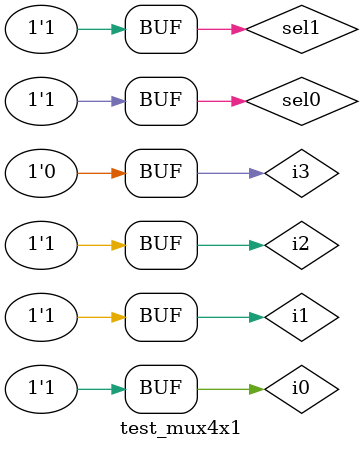
<source format=v>
module mux4x1(
    i3, i2, i1, i0, sel1, sel0, f
);
    input i3, i2, i1, i0, sel1, sel0;
    output f;
    not(nsel1, sel1);
    not(nsel0, sel0);
    and(and_i0_nsel1_nsel0,
        i0,
        nsel1,
        nsel0
    );
    and(and_i1_sel1_nsel0,
        i1,
        sel1,
        nsel0
    );
    and(and_i2_nsel1_sel0,
        i2,
        nsel1,
        sel0
    );
    and(and_i3_sel1_sel0,
        i3,
        sel1,
        sel0
    );
    or(f,
        and_i0_nsel1_nsel0,
        and_i1_sel1_nsel0,
        and_i2_nsel1_sel0,
        and_i3_sel1_sel0
    );
endmodule

//-- Test Bench
module test_mux4x1();
    reg i3, i2, i1, i0, sel1, sel0;
    wire f;
    mux4x1 mux(
        .i0(i0),
        .i1(i1),
        .i2(i2),
        .i3(i3),
        .sel0(sel0),
        .sel1(sel1),
        .f(f)
    );
    initial begin
        $monitor("\033[0;36mi0 = %b, i1 = %b, i2 = %b, i3 = %b \033[0m|\033[0;33m s1 = %b, s0 = %b\033[0m | f = %b", i0, i1, i2, i3, sel1, sel0, f);
        i0 = 1'b1;
        i1 = 1'b0;
        i2 = 1'b0;
        i3 = 1'b0;
        sel0 = 1'b0;
        sel1 = 1'b0;
        #10
        i0 = 1'b0;
        i1 = 1'b1;
        i2 = 1'b0;
        i3 = 1'b0;
        sel0 = 1'b0;
        sel1 = 1'b1;
        #10
        i0 = 1'b0;
        i1 = 1'b0;
        i2 = 1'b1;
        i3 = 1'b0;
        sel0 = 1'b1;
        sel1 = 1'b0;
        #10
        i0 = 1'b0;
        i1 = 1'b0;
        i2 = 1'b0;
        i3 = 1'b1;
        sel0 = 1'b1;
        sel1 = 1'b1;
        #10
        i0 = 1'b0;
        i1 = 1'b1;
        i2 = 1'b1;
        i3 = 1'b1;
        sel0 = 1'b0;
        sel1 = 1'b0;
        #10
        i0 = 1'b1;
        i1 = 1'b0;
        i2 = 1'b1;
        i3 = 1'b1;
        sel0 = 1'b0;
        sel1 = 1'b1;
        #10
        i0 = 1'b1;
        i1 = 1'b1;
        i2 = 1'b0;
        i3 = 1'b1;
        sel0 = 1'b1;
        sel1 = 1'b0;
        #10
        i0 = 1'b1;
        i1 = 1'b1;
        i2 = 1'b1;
        i3 = 1'b0;
        sel0 = 1'b1;
        sel1 = 1'b1;
    end
endmodule
</source>
